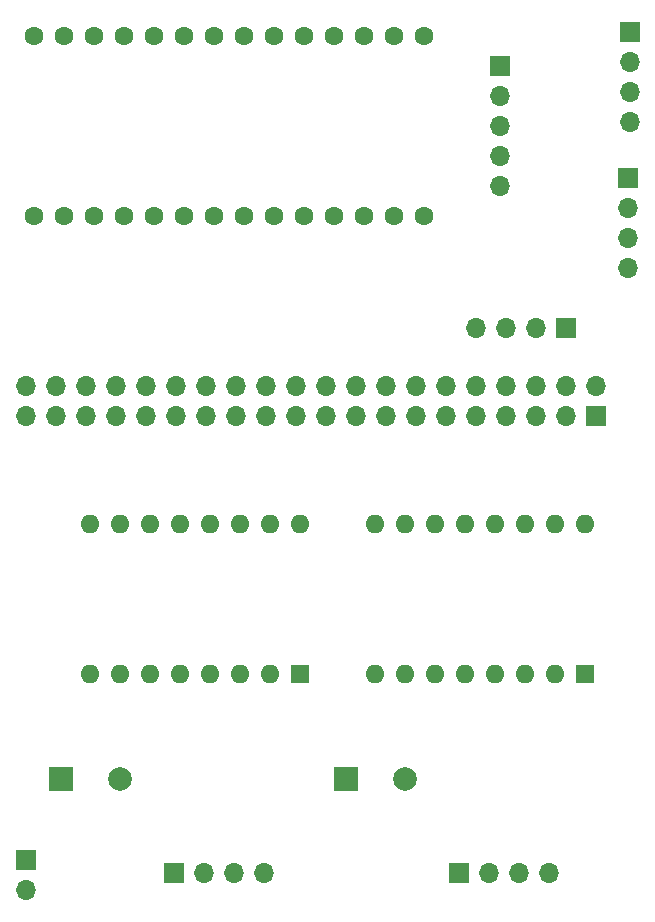
<source format=gbr>
%TF.GenerationSoftware,KiCad,Pcbnew,5.1.7-a382d34a88~90~ubuntu20.04.1*%
%TF.CreationDate,2022-09-16T19:00:19+02:00*%
%TF.ProjectId,goto-exp,676f746f-2d65-4787-902e-6b696361645f,rev?*%
%TF.SameCoordinates,Original*%
%TF.FileFunction,Soldermask,Top*%
%TF.FilePolarity,Negative*%
%FSLAX46Y46*%
G04 Gerber Fmt 4.6, Leading zero omitted, Abs format (unit mm)*
G04 Created by KiCad (PCBNEW 5.1.7-a382d34a88~90~ubuntu20.04.1) date 2022-09-16 19:00:19*
%MOMM*%
%LPD*%
G01*
G04 APERTURE LIST*
%ADD10O,1.700000X1.700000*%
%ADD11R,1.700000X1.700000*%
%ADD12C,1.600000*%
%ADD13C,2.000000*%
%ADD14R,2.000000X2.000000*%
%ADD15O,1.600000X1.600000*%
%ADD16R,1.600000X1.600000*%
G04 APERTURE END LIST*
D10*
%TO.C,J4*%
X144843500Y-58343800D03*
X144843500Y-55803800D03*
X144843500Y-53263800D03*
D11*
X144843500Y-50723800D03*
%TD*%
D12*
%TO.C,U1*%
X94509000Y-38775700D03*
X97049000Y-38775700D03*
X99589000Y-38775700D03*
X102129000Y-38775700D03*
X104669000Y-38775700D03*
X107209000Y-38775700D03*
X109749000Y-38775700D03*
X112289000Y-38775700D03*
X114829000Y-38775700D03*
X117369000Y-38775700D03*
X119909000Y-38775700D03*
X122449000Y-38775700D03*
X124989000Y-38775700D03*
X94509000Y-54015700D03*
X97049000Y-54015700D03*
X99589000Y-54015700D03*
X102129000Y-54015700D03*
X104669000Y-54015700D03*
X107209000Y-54015700D03*
X109749000Y-54015700D03*
X112289000Y-54015700D03*
X114829000Y-54015700D03*
X117369000Y-54015700D03*
X119909000Y-54015700D03*
X122449000Y-54015700D03*
X124989000Y-54015700D03*
X127529000Y-38775700D03*
X127529000Y-54015700D03*
%TD*%
D11*
%TO.C,J2*%
X133972300Y-41249600D03*
D10*
X133972300Y-43789600D03*
X133972300Y-46329600D03*
X133972300Y-48869600D03*
X133972300Y-51409600D03*
%TD*%
%TO.C,J3*%
X144932400Y-46037500D03*
X144932400Y-43497500D03*
X144932400Y-40957500D03*
D11*
X144932400Y-38417500D03*
%TD*%
D10*
%TO.C,J1*%
X93802200Y-111048800D03*
D11*
X93802200Y-108508800D03*
%TD*%
D10*
%TO.C,RPi*%
X93841700Y-68402200D03*
X93841700Y-70942200D03*
X96381700Y-68402200D03*
X96381700Y-70942200D03*
X98921700Y-68402200D03*
X98921700Y-70942200D03*
X101461700Y-68402200D03*
X101461700Y-70942200D03*
X104001700Y-68402200D03*
X104001700Y-70942200D03*
X106541700Y-68402200D03*
X106541700Y-70942200D03*
X109081700Y-68402200D03*
X109081700Y-70942200D03*
X111621700Y-68402200D03*
X111621700Y-70942200D03*
X114161700Y-68402200D03*
X114161700Y-70942200D03*
X116701700Y-68402200D03*
X116701700Y-70942200D03*
X119241700Y-68402200D03*
X119241700Y-70942200D03*
X121781700Y-68402200D03*
X121781700Y-70942200D03*
X124321700Y-68402200D03*
X124321700Y-70942200D03*
X126861700Y-68402200D03*
X126861700Y-70942200D03*
X129401700Y-68402200D03*
X129401700Y-70942200D03*
X131941700Y-68402200D03*
X131941700Y-70942200D03*
X134481700Y-68402200D03*
X134481700Y-70942200D03*
X137021700Y-68402200D03*
X137021700Y-70942200D03*
X139561700Y-68402200D03*
X139561700Y-70942200D03*
X142101700Y-68402200D03*
D11*
X142101700Y-70942200D03*
%TD*%
D13*
%TO.C,C2*%
X101826200Y-101638100D03*
D14*
X96826200Y-101638100D03*
%TD*%
D13*
%TO.C,C1*%
X125956200Y-101612700D03*
D14*
X120956200Y-101612700D03*
%TD*%
D10*
%TO.C,ALTMotor1*%
X113983900Y-109601000D03*
X111443900Y-109601000D03*
X108903900Y-109601000D03*
D11*
X106363900Y-109601000D03*
%TD*%
D10*
%TO.C,Arduino1*%
X131914900Y-63461900D03*
X134454900Y-63461900D03*
X136994900Y-63461900D03*
D11*
X139534900Y-63461900D03*
%TD*%
D10*
%TO.C,AZMotor1*%
X138139300Y-109639100D03*
X135599300Y-109639100D03*
X133059300Y-109639100D03*
D11*
X130519300Y-109639100D03*
%TD*%
D15*
%TO.C,StepperDriver2*%
X141187300Y-80060800D03*
X123407300Y-92760800D03*
X138647300Y-80060800D03*
X125947300Y-92760800D03*
X136107300Y-80060800D03*
X128487300Y-92760800D03*
X133567300Y-80060800D03*
X131027300Y-92760800D03*
X131027300Y-80060800D03*
X133567300Y-92760800D03*
X128487300Y-80060800D03*
X136107300Y-92760800D03*
X125947300Y-80060800D03*
X138647300Y-92760800D03*
X123407300Y-80060800D03*
D16*
X141187300Y-92760800D03*
%TD*%
D15*
%TO.C,StepperDriver1*%
X117044600Y-80073500D03*
X99264600Y-92773500D03*
X114504600Y-80073500D03*
X101804600Y-92773500D03*
X111964600Y-80073500D03*
X104344600Y-92773500D03*
X109424600Y-80073500D03*
X106884600Y-92773500D03*
X106884600Y-80073500D03*
X109424600Y-92773500D03*
X104344600Y-80073500D03*
X111964600Y-92773500D03*
X101804600Y-80073500D03*
X114504600Y-92773500D03*
X99264600Y-80073500D03*
D16*
X117044600Y-92773500D03*
%TD*%
M02*

</source>
